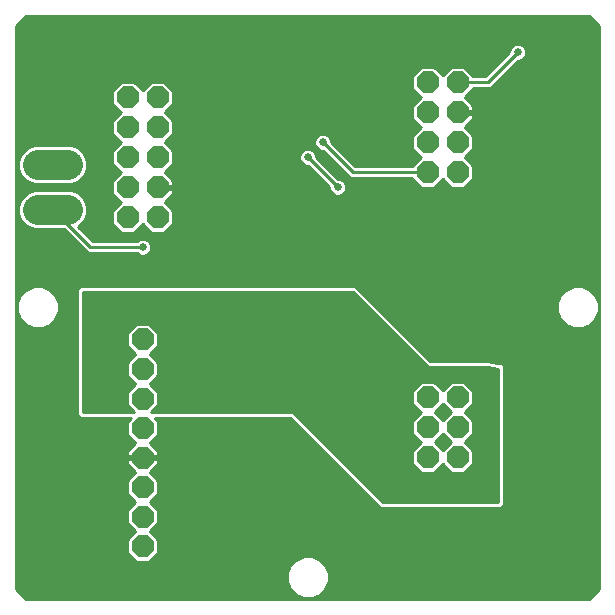
<source format=gbl>
G75*
%MOIN*%
%OFA0B0*%
%FSLAX25Y25*%
%IPPOS*%
%LPD*%
%AMOC8*
5,1,8,0,0,1.08239X$1,22.5*
%
%ADD10OC8,0.07400*%
%ADD11C,0.10050*%
%ADD12C,0.02578*%
%ADD13C,0.01000*%
D10*
X0051500Y0026854D03*
X0051500Y0036697D03*
X0051500Y0046539D03*
X0051500Y0056382D03*
X0051500Y0066224D03*
X0051500Y0076067D03*
X0051500Y0085909D03*
X0051500Y0095752D03*
X0046500Y0136500D03*
X0046500Y0146500D03*
X0056500Y0146500D03*
X0056500Y0136500D03*
X0056500Y0156500D03*
X0056500Y0166500D03*
X0056500Y0176500D03*
X0046500Y0176500D03*
X0046500Y0166500D03*
X0046500Y0156500D03*
X0146500Y0151500D03*
X0146500Y0161500D03*
X0146500Y0171500D03*
X0146500Y0181500D03*
X0156500Y0181500D03*
X0156500Y0171500D03*
X0156500Y0161500D03*
X0156500Y0151500D03*
X0156500Y0076500D03*
X0156500Y0066500D03*
X0156500Y0056500D03*
X0146500Y0056500D03*
X0146500Y0066500D03*
X0146500Y0076500D03*
D11*
X0026525Y0139000D02*
X0016475Y0139000D01*
X0016475Y0154000D02*
X0026525Y0154000D01*
D12*
X0051500Y0126500D03*
X0106500Y0156500D03*
X0111500Y0161500D03*
X0116500Y0146500D03*
X0176500Y0191500D03*
D13*
X0101679Y0011493D02*
X0010467Y0011493D01*
X0009469Y0012491D02*
X0100680Y0012491D01*
X0100608Y0012563D02*
X0102563Y0010608D01*
X0105118Y0009550D01*
X0107882Y0009550D01*
X0110437Y0010608D01*
X0112392Y0012563D01*
X0113450Y0015118D01*
X0113450Y0017882D01*
X0112392Y0020437D01*
X0110437Y0022392D01*
X0107882Y0023450D01*
X0105118Y0023450D01*
X0102563Y0022392D01*
X0100608Y0020437D01*
X0099550Y0017882D01*
X0099550Y0015118D01*
X0100608Y0012563D01*
X0100224Y0013490D02*
X0009300Y0013490D01*
X0009300Y0012660D02*
X0012660Y0009300D01*
X0200340Y0009300D01*
X0203700Y0012660D01*
X0203700Y0200340D01*
X0200340Y0203700D01*
X0012660Y0203700D01*
X0009300Y0200340D01*
X0009300Y0012660D01*
X0009300Y0014488D02*
X0099811Y0014488D01*
X0099550Y0015487D02*
X0009300Y0015487D01*
X0009300Y0016485D02*
X0099550Y0016485D01*
X0099550Y0017484D02*
X0009300Y0017484D01*
X0009300Y0018482D02*
X0099798Y0018482D01*
X0100212Y0019481D02*
X0009300Y0019481D01*
X0009300Y0020479D02*
X0100650Y0020479D01*
X0101649Y0021478D02*
X0009300Y0021478D01*
X0009300Y0022476D02*
X0048524Y0022476D01*
X0049346Y0021654D02*
X0053654Y0021654D01*
X0056700Y0024700D01*
X0056700Y0029008D01*
X0053933Y0031776D01*
X0056700Y0034543D01*
X0056700Y0038851D01*
X0053933Y0041618D01*
X0056700Y0044385D01*
X0056700Y0048693D01*
X0053933Y0051461D01*
X0056700Y0054228D01*
X0056700Y0055882D01*
X0052000Y0055882D01*
X0052000Y0056882D01*
X0056700Y0056882D01*
X0056700Y0058536D01*
X0053933Y0061303D01*
X0056700Y0064070D01*
X0056700Y0068378D01*
X0055578Y0069500D01*
X0100672Y0069500D01*
X0129500Y0040672D01*
X0130672Y0039500D01*
X0170828Y0039500D01*
X0172000Y0040672D01*
X0172000Y0085858D01*
X0172097Y0086537D01*
X0172000Y0086667D01*
X0172000Y0086828D01*
X0171515Y0087314D01*
X0171103Y0087863D01*
X0170943Y0087886D01*
X0170828Y0088000D01*
X0170142Y0088000D01*
X0167443Y0088386D01*
X0167328Y0088500D01*
X0166642Y0088500D01*
X0165963Y0088597D01*
X0165833Y0088500D01*
X0147328Y0088500D01*
X0123500Y0112328D01*
X0122328Y0113500D01*
X0032328Y0113500D01*
X0030672Y0113500D01*
X0029500Y0112328D01*
X0029500Y0070672D01*
X0030672Y0069500D01*
X0047422Y0069500D01*
X0046300Y0068378D01*
X0046300Y0064070D01*
X0049067Y0061303D01*
X0046300Y0058536D01*
X0046300Y0056882D01*
X0051000Y0056882D01*
X0051000Y0055882D01*
X0046300Y0055882D01*
X0046300Y0054228D01*
X0049067Y0051461D01*
X0046300Y0048693D01*
X0046300Y0044385D01*
X0049067Y0041618D01*
X0046300Y0038851D01*
X0046300Y0034543D01*
X0049067Y0031776D01*
X0046300Y0029008D01*
X0046300Y0024700D01*
X0049346Y0021654D01*
X0047526Y0023475D02*
X0009300Y0023475D01*
X0009300Y0024473D02*
X0046527Y0024473D01*
X0046300Y0025472D02*
X0009300Y0025472D01*
X0009300Y0026470D02*
X0046300Y0026470D01*
X0046300Y0027469D02*
X0009300Y0027469D01*
X0009300Y0028467D02*
X0046300Y0028467D01*
X0046758Y0029466D02*
X0009300Y0029466D01*
X0009300Y0030464D02*
X0047756Y0030464D01*
X0048755Y0031463D02*
X0009300Y0031463D01*
X0009300Y0032461D02*
X0048382Y0032461D01*
X0047383Y0033460D02*
X0009300Y0033460D01*
X0009300Y0034458D02*
X0046385Y0034458D01*
X0046300Y0035457D02*
X0009300Y0035457D01*
X0009300Y0036455D02*
X0046300Y0036455D01*
X0046300Y0037454D02*
X0009300Y0037454D01*
X0009300Y0038452D02*
X0046300Y0038452D01*
X0046900Y0039451D02*
X0009300Y0039451D01*
X0009300Y0040449D02*
X0047899Y0040449D01*
X0048897Y0041448D02*
X0009300Y0041448D01*
X0009300Y0042446D02*
X0048239Y0042446D01*
X0047241Y0043445D02*
X0009300Y0043445D01*
X0009300Y0044443D02*
X0046300Y0044443D01*
X0046300Y0045442D02*
X0009300Y0045442D01*
X0009300Y0046440D02*
X0046300Y0046440D01*
X0046300Y0047439D02*
X0009300Y0047439D01*
X0009300Y0048437D02*
X0046300Y0048437D01*
X0047043Y0049436D02*
X0009300Y0049436D01*
X0009300Y0050434D02*
X0048041Y0050434D01*
X0049040Y0051433D02*
X0009300Y0051433D01*
X0009300Y0052432D02*
X0048096Y0052432D01*
X0047098Y0053430D02*
X0009300Y0053430D01*
X0009300Y0054429D02*
X0046300Y0054429D01*
X0046300Y0055427D02*
X0009300Y0055427D01*
X0009300Y0056426D02*
X0051000Y0056426D01*
X0052000Y0056426D02*
X0113746Y0056426D01*
X0112747Y0057424D02*
X0056700Y0057424D01*
X0056700Y0058423D02*
X0111749Y0058423D01*
X0110750Y0059421D02*
X0055815Y0059421D01*
X0054816Y0060420D02*
X0109752Y0060420D01*
X0108753Y0061418D02*
X0054048Y0061418D01*
X0055046Y0062417D02*
X0107755Y0062417D01*
X0106756Y0063415D02*
X0056045Y0063415D01*
X0056700Y0064414D02*
X0105758Y0064414D01*
X0104759Y0065412D02*
X0056700Y0065412D01*
X0056700Y0066411D02*
X0103761Y0066411D01*
X0102762Y0067409D02*
X0056700Y0067409D01*
X0056671Y0068408D02*
X0101764Y0068408D01*
X0100765Y0069406D02*
X0055672Y0069406D01*
X0054287Y0071500D02*
X0056700Y0073913D01*
X0056700Y0078221D01*
X0053933Y0080988D01*
X0056700Y0083756D01*
X0056700Y0088063D01*
X0053933Y0090831D01*
X0056700Y0093598D01*
X0056700Y0097906D01*
X0053654Y0100952D01*
X0049346Y0100952D01*
X0046300Y0097906D01*
X0046300Y0093598D01*
X0049067Y0090831D01*
X0046300Y0088063D01*
X0046300Y0083756D01*
X0049067Y0080988D01*
X0046300Y0078221D01*
X0046300Y0073913D01*
X0048713Y0071500D01*
X0031500Y0071500D01*
X0031500Y0111500D01*
X0121500Y0111500D01*
X0146500Y0086500D01*
X0166500Y0086500D01*
X0170000Y0086000D01*
X0170000Y0041500D01*
X0131500Y0041500D01*
X0101500Y0071500D01*
X0054287Y0071500D01*
X0055189Y0072402D02*
X0143244Y0072402D01*
X0144146Y0071500D02*
X0141300Y0068654D01*
X0141300Y0064346D01*
X0144146Y0061500D01*
X0141300Y0058654D01*
X0141300Y0054346D01*
X0144346Y0051300D01*
X0148654Y0051300D01*
X0151500Y0054146D01*
X0154346Y0051300D01*
X0158654Y0051300D01*
X0161700Y0054346D01*
X0161700Y0058654D01*
X0158854Y0061500D01*
X0161700Y0064346D01*
X0161700Y0068654D01*
X0158854Y0071500D01*
X0161700Y0074346D01*
X0161700Y0078654D01*
X0158654Y0081700D01*
X0154346Y0081700D01*
X0151500Y0078854D01*
X0148654Y0081700D01*
X0144346Y0081700D01*
X0141300Y0078654D01*
X0141300Y0074346D01*
X0144146Y0071500D01*
X0144049Y0071403D02*
X0101597Y0071403D01*
X0102595Y0070405D02*
X0143051Y0070405D01*
X0142052Y0069406D02*
X0103594Y0069406D01*
X0104592Y0068408D02*
X0141300Y0068408D01*
X0141300Y0067409D02*
X0105591Y0067409D01*
X0106589Y0066411D02*
X0141300Y0066411D01*
X0141300Y0065412D02*
X0107588Y0065412D01*
X0108586Y0064414D02*
X0141300Y0064414D01*
X0142231Y0063415D02*
X0109585Y0063415D01*
X0110583Y0062417D02*
X0143229Y0062417D01*
X0144064Y0061418D02*
X0111582Y0061418D01*
X0112580Y0060420D02*
X0143066Y0060420D01*
X0142067Y0059421D02*
X0113579Y0059421D01*
X0114577Y0058423D02*
X0141300Y0058423D01*
X0141300Y0057424D02*
X0115576Y0057424D01*
X0116574Y0056426D02*
X0141300Y0056426D01*
X0141300Y0055427D02*
X0117573Y0055427D01*
X0118571Y0054429D02*
X0141300Y0054429D01*
X0142216Y0053430D02*
X0119570Y0053430D01*
X0120568Y0052432D02*
X0143215Y0052432D01*
X0144213Y0051433D02*
X0121567Y0051433D01*
X0122566Y0050434D02*
X0170000Y0050434D01*
X0170000Y0049436D02*
X0123564Y0049436D01*
X0124563Y0048437D02*
X0170000Y0048437D01*
X0170000Y0047439D02*
X0125561Y0047439D01*
X0126560Y0046440D02*
X0170000Y0046440D01*
X0170000Y0045442D02*
X0127558Y0045442D01*
X0128557Y0044443D02*
X0170000Y0044443D01*
X0170000Y0043445D02*
X0129555Y0043445D01*
X0130554Y0042446D02*
X0170000Y0042446D01*
X0172000Y0042446D02*
X0203700Y0042446D01*
X0203700Y0041448D02*
X0172000Y0041448D01*
X0171778Y0040449D02*
X0203700Y0040449D01*
X0203700Y0039451D02*
X0056100Y0039451D01*
X0056700Y0038452D02*
X0203700Y0038452D01*
X0203700Y0037454D02*
X0056700Y0037454D01*
X0056700Y0036455D02*
X0203700Y0036455D01*
X0203700Y0035457D02*
X0056700Y0035457D01*
X0056615Y0034458D02*
X0203700Y0034458D01*
X0203700Y0033460D02*
X0055617Y0033460D01*
X0054618Y0032461D02*
X0203700Y0032461D01*
X0203700Y0031463D02*
X0054245Y0031463D01*
X0055244Y0030464D02*
X0203700Y0030464D01*
X0203700Y0029466D02*
X0056242Y0029466D01*
X0056700Y0028467D02*
X0203700Y0028467D01*
X0203700Y0027469D02*
X0056700Y0027469D01*
X0056700Y0026470D02*
X0203700Y0026470D01*
X0203700Y0025472D02*
X0056700Y0025472D01*
X0056473Y0024473D02*
X0203700Y0024473D01*
X0203700Y0023475D02*
X0055474Y0023475D01*
X0054476Y0022476D02*
X0102767Y0022476D01*
X0110233Y0022476D02*
X0203700Y0022476D01*
X0203700Y0021478D02*
X0111351Y0021478D01*
X0112350Y0020479D02*
X0203700Y0020479D01*
X0203700Y0019481D02*
X0112788Y0019481D01*
X0113202Y0018482D02*
X0203700Y0018482D01*
X0203700Y0017484D02*
X0113450Y0017484D01*
X0113450Y0016485D02*
X0203700Y0016485D01*
X0203700Y0015487D02*
X0113450Y0015487D01*
X0113189Y0014488D02*
X0203700Y0014488D01*
X0203700Y0013490D02*
X0112776Y0013490D01*
X0112320Y0012491D02*
X0203531Y0012491D01*
X0202533Y0011493D02*
X0111321Y0011493D01*
X0110162Y0010494D02*
X0201534Y0010494D01*
X0200536Y0009496D02*
X0012464Y0009496D01*
X0011466Y0010494D02*
X0102838Y0010494D01*
X0129722Y0040449D02*
X0055101Y0040449D01*
X0054103Y0041448D02*
X0128724Y0041448D01*
X0127725Y0042446D02*
X0054761Y0042446D01*
X0055759Y0043445D02*
X0126727Y0043445D01*
X0125728Y0044443D02*
X0056700Y0044443D01*
X0056700Y0045442D02*
X0124730Y0045442D01*
X0123731Y0046440D02*
X0056700Y0046440D01*
X0056700Y0047439D02*
X0122733Y0047439D01*
X0121734Y0048437D02*
X0056700Y0048437D01*
X0055957Y0049436D02*
X0120736Y0049436D01*
X0119737Y0050434D02*
X0054959Y0050434D01*
X0053960Y0051433D02*
X0118739Y0051433D01*
X0117740Y0052432D02*
X0054904Y0052432D01*
X0055902Y0053430D02*
X0116742Y0053430D01*
X0115743Y0054429D02*
X0056700Y0054429D01*
X0056700Y0055427D02*
X0114745Y0055427D01*
X0141300Y0074399D02*
X0056700Y0074399D01*
X0056700Y0075397D02*
X0141300Y0075397D01*
X0141300Y0076396D02*
X0056700Y0076396D01*
X0056700Y0077394D02*
X0141300Y0077394D01*
X0141300Y0078393D02*
X0056528Y0078393D01*
X0055529Y0079391D02*
X0142037Y0079391D01*
X0143036Y0080390D02*
X0054531Y0080390D01*
X0054333Y0081388D02*
X0144034Y0081388D01*
X0148966Y0081388D02*
X0154034Y0081388D01*
X0153036Y0080390D02*
X0149964Y0080390D01*
X0150963Y0079391D02*
X0152037Y0079391D01*
X0151500Y0074146D02*
X0154146Y0071500D01*
X0151500Y0068854D01*
X0148854Y0071500D01*
X0151500Y0074146D01*
X0150754Y0073400D02*
X0152246Y0073400D01*
X0153244Y0072402D02*
X0149756Y0072402D01*
X0148951Y0071403D02*
X0154049Y0071403D01*
X0153051Y0070405D02*
X0149949Y0070405D01*
X0150948Y0069406D02*
X0152052Y0069406D01*
X0151500Y0064146D02*
X0154146Y0061500D01*
X0151500Y0058854D01*
X0148854Y0061500D01*
X0151500Y0064146D01*
X0150769Y0063415D02*
X0152231Y0063415D01*
X0153229Y0062417D02*
X0149771Y0062417D01*
X0148936Y0061418D02*
X0154064Y0061418D01*
X0153066Y0060420D02*
X0149934Y0060420D01*
X0150933Y0059421D02*
X0152067Y0059421D01*
X0152216Y0053430D02*
X0150784Y0053430D01*
X0149785Y0052432D02*
X0153215Y0052432D01*
X0154213Y0051433D02*
X0148787Y0051433D01*
X0158787Y0051433D02*
X0170000Y0051433D01*
X0170000Y0052432D02*
X0159785Y0052432D01*
X0160784Y0053430D02*
X0170000Y0053430D01*
X0170000Y0054429D02*
X0161700Y0054429D01*
X0161700Y0055427D02*
X0170000Y0055427D01*
X0170000Y0056426D02*
X0161700Y0056426D01*
X0161700Y0057424D02*
X0170000Y0057424D01*
X0170000Y0058423D02*
X0161700Y0058423D01*
X0160933Y0059421D02*
X0170000Y0059421D01*
X0170000Y0060420D02*
X0159934Y0060420D01*
X0158936Y0061418D02*
X0170000Y0061418D01*
X0170000Y0062417D02*
X0159771Y0062417D01*
X0160769Y0063415D02*
X0170000Y0063415D01*
X0170000Y0064414D02*
X0161700Y0064414D01*
X0161700Y0065412D02*
X0170000Y0065412D01*
X0170000Y0066411D02*
X0161700Y0066411D01*
X0161700Y0067409D02*
X0170000Y0067409D01*
X0170000Y0068408D02*
X0161700Y0068408D01*
X0160948Y0069406D02*
X0170000Y0069406D01*
X0170000Y0070405D02*
X0159949Y0070405D01*
X0158951Y0071403D02*
X0170000Y0071403D01*
X0170000Y0072402D02*
X0159756Y0072402D01*
X0160754Y0073400D02*
X0170000Y0073400D01*
X0170000Y0074399D02*
X0161700Y0074399D01*
X0161700Y0075397D02*
X0170000Y0075397D01*
X0170000Y0076396D02*
X0161700Y0076396D01*
X0161700Y0077394D02*
X0170000Y0077394D01*
X0170000Y0078393D02*
X0161700Y0078393D01*
X0160963Y0079391D02*
X0170000Y0079391D01*
X0170000Y0080390D02*
X0159964Y0080390D01*
X0158966Y0081388D02*
X0170000Y0081388D01*
X0170000Y0082387D02*
X0055331Y0082387D01*
X0056330Y0083385D02*
X0170000Y0083385D01*
X0170000Y0084384D02*
X0056700Y0084384D01*
X0056700Y0085382D02*
X0170000Y0085382D01*
X0172000Y0085382D02*
X0203700Y0085382D01*
X0203700Y0084384D02*
X0172000Y0084384D01*
X0172000Y0083385D02*
X0203700Y0083385D01*
X0203700Y0082387D02*
X0172000Y0082387D01*
X0172000Y0081388D02*
X0203700Y0081388D01*
X0203700Y0080390D02*
X0172000Y0080390D01*
X0172000Y0079391D02*
X0203700Y0079391D01*
X0203700Y0078393D02*
X0172000Y0078393D01*
X0172000Y0077394D02*
X0203700Y0077394D01*
X0203700Y0076396D02*
X0172000Y0076396D01*
X0172000Y0075397D02*
X0203700Y0075397D01*
X0203700Y0074399D02*
X0172000Y0074399D01*
X0172000Y0073400D02*
X0203700Y0073400D01*
X0203700Y0072402D02*
X0172000Y0072402D01*
X0172000Y0071403D02*
X0203700Y0071403D01*
X0203700Y0070405D02*
X0172000Y0070405D01*
X0172000Y0069406D02*
X0203700Y0069406D01*
X0203700Y0068408D02*
X0172000Y0068408D01*
X0172000Y0067409D02*
X0203700Y0067409D01*
X0203700Y0066411D02*
X0172000Y0066411D01*
X0172000Y0065412D02*
X0203700Y0065412D01*
X0203700Y0064414D02*
X0172000Y0064414D01*
X0172000Y0063415D02*
X0203700Y0063415D01*
X0203700Y0062417D02*
X0172000Y0062417D01*
X0172000Y0061418D02*
X0203700Y0061418D01*
X0203700Y0060420D02*
X0172000Y0060420D01*
X0172000Y0059421D02*
X0203700Y0059421D01*
X0203700Y0058423D02*
X0172000Y0058423D01*
X0172000Y0057424D02*
X0203700Y0057424D01*
X0203700Y0056426D02*
X0172000Y0056426D01*
X0172000Y0055427D02*
X0203700Y0055427D01*
X0203700Y0054429D02*
X0172000Y0054429D01*
X0172000Y0053430D02*
X0203700Y0053430D01*
X0203700Y0052432D02*
X0172000Y0052432D01*
X0172000Y0051433D02*
X0203700Y0051433D01*
X0203700Y0050434D02*
X0172000Y0050434D01*
X0172000Y0049436D02*
X0203700Y0049436D01*
X0203700Y0048437D02*
X0172000Y0048437D01*
X0172000Y0047439D02*
X0203700Y0047439D01*
X0203700Y0046440D02*
X0172000Y0046440D01*
X0172000Y0045442D02*
X0203700Y0045442D01*
X0203700Y0044443D02*
X0172000Y0044443D01*
X0172000Y0043445D02*
X0203700Y0043445D01*
X0203700Y0086381D02*
X0172075Y0086381D01*
X0171465Y0087379D02*
X0203700Y0087379D01*
X0203700Y0088378D02*
X0167497Y0088378D01*
X0167334Y0086381D02*
X0056700Y0086381D01*
X0056700Y0087379D02*
X0145621Y0087379D01*
X0144622Y0088378D02*
X0056385Y0088378D01*
X0055387Y0089376D02*
X0143624Y0089376D01*
X0142625Y0090375D02*
X0054388Y0090375D01*
X0054475Y0091373D02*
X0141627Y0091373D01*
X0140628Y0092372D02*
X0055474Y0092372D01*
X0056472Y0093370D02*
X0139630Y0093370D01*
X0138631Y0094369D02*
X0056700Y0094369D01*
X0056700Y0095368D02*
X0137632Y0095368D01*
X0136634Y0096366D02*
X0056700Y0096366D01*
X0056700Y0097365D02*
X0135635Y0097365D01*
X0134637Y0098363D02*
X0056243Y0098363D01*
X0055244Y0099362D02*
X0133638Y0099362D01*
X0132640Y0100360D02*
X0054246Y0100360D01*
X0048754Y0100360D02*
X0031500Y0100360D01*
X0031500Y0099362D02*
X0047756Y0099362D01*
X0046757Y0098363D02*
X0031500Y0098363D01*
X0031500Y0097365D02*
X0046300Y0097365D01*
X0046300Y0096366D02*
X0031500Y0096366D01*
X0031500Y0095368D02*
X0046300Y0095368D01*
X0046300Y0094369D02*
X0031500Y0094369D01*
X0031500Y0093370D02*
X0046528Y0093370D01*
X0047526Y0092372D02*
X0031500Y0092372D01*
X0031500Y0091373D02*
X0048525Y0091373D01*
X0048612Y0090375D02*
X0031500Y0090375D01*
X0031500Y0089376D02*
X0047613Y0089376D01*
X0046615Y0088378D02*
X0031500Y0088378D01*
X0031500Y0087379D02*
X0046300Y0087379D01*
X0046300Y0086381D02*
X0031500Y0086381D01*
X0031500Y0085382D02*
X0046300Y0085382D01*
X0046300Y0084384D02*
X0031500Y0084384D01*
X0031500Y0083385D02*
X0046670Y0083385D01*
X0047669Y0082387D02*
X0031500Y0082387D01*
X0031500Y0081388D02*
X0048667Y0081388D01*
X0048469Y0080390D02*
X0031500Y0080390D01*
X0031500Y0079391D02*
X0047470Y0079391D01*
X0046472Y0078393D02*
X0031500Y0078393D01*
X0031500Y0077394D02*
X0046300Y0077394D01*
X0046300Y0076396D02*
X0031500Y0076396D01*
X0031500Y0075397D02*
X0046300Y0075397D01*
X0046300Y0074399D02*
X0031500Y0074399D01*
X0031500Y0073400D02*
X0046813Y0073400D01*
X0047811Y0072402D02*
X0031500Y0072402D01*
X0029500Y0072402D02*
X0009300Y0072402D01*
X0009300Y0073400D02*
X0029500Y0073400D01*
X0029500Y0074399D02*
X0009300Y0074399D01*
X0009300Y0075397D02*
X0029500Y0075397D01*
X0029500Y0076396D02*
X0009300Y0076396D01*
X0009300Y0077394D02*
X0029500Y0077394D01*
X0029500Y0078393D02*
X0009300Y0078393D01*
X0009300Y0079391D02*
X0029500Y0079391D01*
X0029500Y0080390D02*
X0009300Y0080390D01*
X0009300Y0081388D02*
X0029500Y0081388D01*
X0029500Y0082387D02*
X0009300Y0082387D01*
X0009300Y0083385D02*
X0029500Y0083385D01*
X0029500Y0084384D02*
X0009300Y0084384D01*
X0009300Y0085382D02*
X0029500Y0085382D01*
X0029500Y0086381D02*
X0009300Y0086381D01*
X0009300Y0087379D02*
X0029500Y0087379D01*
X0029500Y0088378D02*
X0009300Y0088378D01*
X0009300Y0089376D02*
X0029500Y0089376D01*
X0029500Y0090375D02*
X0009300Y0090375D01*
X0009300Y0091373D02*
X0029500Y0091373D01*
X0029500Y0092372D02*
X0009300Y0092372D01*
X0009300Y0093370D02*
X0029500Y0093370D01*
X0029500Y0094369D02*
X0009300Y0094369D01*
X0009300Y0095368D02*
X0029500Y0095368D01*
X0029500Y0096366D02*
X0009300Y0096366D01*
X0009300Y0097365D02*
X0029500Y0097365D01*
X0029500Y0098363D02*
X0009300Y0098363D01*
X0009300Y0099362D02*
X0029500Y0099362D01*
X0029500Y0100360D02*
X0019838Y0100360D01*
X0020437Y0100608D02*
X0022392Y0102563D01*
X0023450Y0105118D01*
X0023450Y0107882D01*
X0022392Y0110437D01*
X0020437Y0112392D01*
X0017882Y0113450D01*
X0015118Y0113450D01*
X0012563Y0112392D01*
X0010608Y0110437D01*
X0009550Y0107882D01*
X0009550Y0105118D01*
X0010608Y0102563D01*
X0012563Y0100608D01*
X0015118Y0099550D01*
X0017882Y0099550D01*
X0020437Y0100608D01*
X0021187Y0101359D02*
X0029500Y0101359D01*
X0029500Y0102357D02*
X0022186Y0102357D01*
X0022720Y0103356D02*
X0029500Y0103356D01*
X0029500Y0104354D02*
X0023134Y0104354D01*
X0023450Y0105353D02*
X0029500Y0105353D01*
X0029500Y0106351D02*
X0023450Y0106351D01*
X0023450Y0107350D02*
X0029500Y0107350D01*
X0029500Y0108348D02*
X0023257Y0108348D01*
X0022843Y0109347D02*
X0029500Y0109347D01*
X0029500Y0110345D02*
X0022430Y0110345D01*
X0021485Y0111344D02*
X0029500Y0111344D01*
X0029514Y0112342D02*
X0020487Y0112342D01*
X0018146Y0113341D02*
X0030512Y0113341D01*
X0031500Y0111344D02*
X0121656Y0111344D01*
X0122655Y0110345D02*
X0031500Y0110345D01*
X0031500Y0109347D02*
X0123653Y0109347D01*
X0124652Y0108348D02*
X0031500Y0108348D01*
X0031500Y0107350D02*
X0125650Y0107350D01*
X0126649Y0106351D02*
X0031500Y0106351D01*
X0031500Y0105353D02*
X0127647Y0105353D01*
X0128646Y0104354D02*
X0031500Y0104354D01*
X0031500Y0103356D02*
X0129644Y0103356D01*
X0130643Y0102357D02*
X0031500Y0102357D01*
X0031500Y0101359D02*
X0131641Y0101359D01*
X0133471Y0102357D02*
X0190814Y0102357D01*
X0190608Y0102563D02*
X0192563Y0100608D01*
X0195118Y0099550D01*
X0197882Y0099550D01*
X0200437Y0100608D01*
X0202392Y0102563D01*
X0203450Y0105118D01*
X0203450Y0107882D01*
X0202392Y0110437D01*
X0200437Y0112392D01*
X0197882Y0113450D01*
X0195118Y0113450D01*
X0192563Y0112392D01*
X0190608Y0110437D01*
X0189550Y0107882D01*
X0189550Y0105118D01*
X0190608Y0102563D01*
X0190280Y0103356D02*
X0132473Y0103356D01*
X0131474Y0104354D02*
X0189866Y0104354D01*
X0189550Y0105353D02*
X0130476Y0105353D01*
X0129477Y0106351D02*
X0189550Y0106351D01*
X0189550Y0107350D02*
X0128479Y0107350D01*
X0127480Y0108348D02*
X0189743Y0108348D01*
X0190157Y0109347D02*
X0126482Y0109347D01*
X0125483Y0110345D02*
X0190570Y0110345D01*
X0191515Y0111344D02*
X0124485Y0111344D01*
X0123486Y0112342D02*
X0192513Y0112342D01*
X0194854Y0113341D02*
X0122488Y0113341D01*
X0134470Y0101359D02*
X0191813Y0101359D01*
X0193162Y0100360D02*
X0135468Y0100360D01*
X0136467Y0099362D02*
X0203700Y0099362D01*
X0203700Y0100360D02*
X0199838Y0100360D01*
X0201187Y0101359D02*
X0203700Y0101359D01*
X0203700Y0102357D02*
X0202186Y0102357D01*
X0202720Y0103356D02*
X0203700Y0103356D01*
X0203700Y0104354D02*
X0203134Y0104354D01*
X0203450Y0105353D02*
X0203700Y0105353D01*
X0203700Y0106351D02*
X0203450Y0106351D01*
X0203450Y0107350D02*
X0203700Y0107350D01*
X0203700Y0108348D02*
X0203257Y0108348D01*
X0202843Y0109347D02*
X0203700Y0109347D01*
X0203700Y0110345D02*
X0202430Y0110345D01*
X0201485Y0111344D02*
X0203700Y0111344D01*
X0203700Y0112342D02*
X0200487Y0112342D01*
X0198146Y0113341D02*
X0203700Y0113341D01*
X0203700Y0114339D02*
X0009300Y0114339D01*
X0009300Y0113341D02*
X0014854Y0113341D01*
X0012513Y0112342D02*
X0009300Y0112342D01*
X0009300Y0111344D02*
X0011515Y0111344D01*
X0010570Y0110345D02*
X0009300Y0110345D01*
X0009300Y0109347D02*
X0010157Y0109347D01*
X0009743Y0108348D02*
X0009300Y0108348D01*
X0009300Y0107350D02*
X0009550Y0107350D01*
X0009550Y0106351D02*
X0009300Y0106351D01*
X0009300Y0105353D02*
X0009550Y0105353D01*
X0009300Y0104354D02*
X0009866Y0104354D01*
X0010280Y0103356D02*
X0009300Y0103356D01*
X0009300Y0102357D02*
X0010814Y0102357D01*
X0011813Y0101359D02*
X0009300Y0101359D01*
X0009300Y0100360D02*
X0013162Y0100360D01*
X0009300Y0115338D02*
X0203700Y0115338D01*
X0203700Y0116336D02*
X0009300Y0116336D01*
X0009300Y0117335D02*
X0203700Y0117335D01*
X0203700Y0118333D02*
X0009300Y0118333D01*
X0009300Y0119332D02*
X0203700Y0119332D01*
X0203700Y0120330D02*
X0009300Y0120330D01*
X0009300Y0121329D02*
X0203700Y0121329D01*
X0203700Y0122327D02*
X0009300Y0122327D01*
X0009300Y0123326D02*
X0203700Y0123326D01*
X0203700Y0124324D02*
X0053269Y0124324D01*
X0053080Y0124136D02*
X0053864Y0124920D01*
X0054289Y0125945D01*
X0054289Y0127055D01*
X0053864Y0128080D01*
X0053080Y0128864D01*
X0052055Y0129289D01*
X0050945Y0129289D01*
X0049920Y0128864D01*
X0049556Y0128500D01*
X0034828Y0128500D01*
X0029966Y0133363D01*
X0030221Y0133468D01*
X0032057Y0135304D01*
X0033050Y0137702D01*
X0033050Y0140298D01*
X0032057Y0142696D01*
X0030221Y0144532D01*
X0027823Y0145525D01*
X0015177Y0145525D01*
X0012779Y0144532D01*
X0010943Y0142696D01*
X0009950Y0140298D01*
X0009950Y0137702D01*
X0010943Y0135304D01*
X0012779Y0133468D01*
X0015177Y0132475D01*
X0025197Y0132475D01*
X0033172Y0124500D01*
X0049556Y0124500D01*
X0049920Y0124136D01*
X0050945Y0123711D01*
X0052055Y0123711D01*
X0053080Y0124136D01*
X0054031Y0125323D02*
X0203700Y0125323D01*
X0203700Y0126321D02*
X0054289Y0126321D01*
X0054179Y0127320D02*
X0203700Y0127320D01*
X0203700Y0128318D02*
X0053626Y0128318D01*
X0051500Y0126500D02*
X0034000Y0126500D01*
X0021500Y0139000D01*
X0025359Y0132312D02*
X0009300Y0132312D01*
X0009300Y0131314D02*
X0026358Y0131314D01*
X0027356Y0130315D02*
X0009300Y0130315D01*
X0009300Y0129317D02*
X0028355Y0129317D01*
X0029353Y0128318D02*
X0009300Y0128318D01*
X0009300Y0127320D02*
X0030352Y0127320D01*
X0031350Y0126321D02*
X0009300Y0126321D01*
X0009300Y0125323D02*
X0032349Y0125323D01*
X0034012Y0129317D02*
X0203700Y0129317D01*
X0203700Y0130315D02*
X0033013Y0130315D01*
X0032014Y0131314D02*
X0044332Y0131314D01*
X0044346Y0131300D02*
X0048654Y0131300D01*
X0051500Y0134146D01*
X0054346Y0131300D01*
X0058654Y0131300D01*
X0061700Y0134346D01*
X0061700Y0138654D01*
X0058854Y0141500D01*
X0061700Y0144346D01*
X0061700Y0146000D01*
X0057000Y0146000D01*
X0057000Y0147000D01*
X0061700Y0147000D01*
X0061700Y0148654D01*
X0058854Y0151500D01*
X0061700Y0154346D01*
X0061700Y0158654D01*
X0058854Y0161500D01*
X0061700Y0164346D01*
X0061700Y0168654D01*
X0058854Y0171500D01*
X0061700Y0174346D01*
X0061700Y0178654D01*
X0058654Y0181700D01*
X0054346Y0181700D01*
X0051500Y0178854D01*
X0048654Y0181700D01*
X0044346Y0181700D01*
X0041300Y0178654D01*
X0041300Y0174346D01*
X0044146Y0171500D01*
X0041300Y0168654D01*
X0041300Y0164346D01*
X0044146Y0161500D01*
X0041300Y0158654D01*
X0041300Y0154346D01*
X0044146Y0151500D01*
X0041300Y0148654D01*
X0041300Y0144346D01*
X0044146Y0141500D01*
X0041300Y0138654D01*
X0041300Y0134346D01*
X0044346Y0131300D01*
X0043334Y0132312D02*
X0031016Y0132312D01*
X0030017Y0133311D02*
X0042335Y0133311D01*
X0041337Y0134309D02*
X0031062Y0134309D01*
X0032058Y0135308D02*
X0041300Y0135308D01*
X0041300Y0136306D02*
X0032472Y0136306D01*
X0032885Y0137305D02*
X0041300Y0137305D01*
X0041300Y0138303D02*
X0033050Y0138303D01*
X0033050Y0139302D02*
X0041948Y0139302D01*
X0042947Y0140301D02*
X0033049Y0140301D01*
X0032635Y0141299D02*
X0043945Y0141299D01*
X0043349Y0142298D02*
X0032222Y0142298D01*
X0031457Y0143296D02*
X0042350Y0143296D01*
X0041352Y0144295D02*
X0030458Y0144295D01*
X0028383Y0145293D02*
X0041300Y0145293D01*
X0041300Y0146292D02*
X0009300Y0146292D01*
X0009300Y0147290D02*
X0041300Y0147290D01*
X0041300Y0148289D02*
X0029787Y0148289D01*
X0030221Y0148468D02*
X0032057Y0150304D01*
X0033050Y0152702D01*
X0033050Y0155298D01*
X0032057Y0157696D01*
X0030221Y0159532D01*
X0027823Y0160525D01*
X0015177Y0160525D01*
X0012779Y0159532D01*
X0010943Y0157696D01*
X0009950Y0155298D01*
X0009950Y0152702D01*
X0010943Y0150304D01*
X0012779Y0148468D01*
X0015177Y0147475D01*
X0027823Y0147475D01*
X0030221Y0148468D01*
X0031040Y0149287D02*
X0041933Y0149287D01*
X0042932Y0150286D02*
X0032038Y0150286D01*
X0032463Y0151284D02*
X0043930Y0151284D01*
X0043363Y0152283D02*
X0032876Y0152283D01*
X0033050Y0153281D02*
X0042365Y0153281D01*
X0041366Y0154280D02*
X0033050Y0154280D01*
X0033050Y0155278D02*
X0041300Y0155278D01*
X0041300Y0156277D02*
X0032645Y0156277D01*
X0032231Y0157275D02*
X0041300Y0157275D01*
X0041300Y0158274D02*
X0031479Y0158274D01*
X0030480Y0159272D02*
X0041918Y0159272D01*
X0042917Y0160271D02*
X0028437Y0160271D01*
X0041381Y0164265D02*
X0009300Y0164265D01*
X0009300Y0165263D02*
X0041300Y0165263D01*
X0041300Y0166262D02*
X0009300Y0166262D01*
X0009300Y0167260D02*
X0041300Y0167260D01*
X0041300Y0168259D02*
X0009300Y0168259D01*
X0009300Y0169257D02*
X0041903Y0169257D01*
X0042902Y0170256D02*
X0009300Y0170256D01*
X0009300Y0171254D02*
X0043900Y0171254D01*
X0043393Y0172253D02*
X0009300Y0172253D01*
X0009300Y0173251D02*
X0042395Y0173251D01*
X0041396Y0174250D02*
X0009300Y0174250D01*
X0009300Y0175248D02*
X0041300Y0175248D01*
X0041300Y0176247D02*
X0009300Y0176247D01*
X0009300Y0177245D02*
X0041300Y0177245D01*
X0041300Y0178244D02*
X0009300Y0178244D01*
X0009300Y0179242D02*
X0041889Y0179242D01*
X0042887Y0180241D02*
X0009300Y0180241D01*
X0009300Y0181239D02*
X0043886Y0181239D01*
X0049114Y0181239D02*
X0053886Y0181239D01*
X0052887Y0180241D02*
X0050113Y0180241D01*
X0051111Y0179242D02*
X0051889Y0179242D01*
X0059114Y0181239D02*
X0141300Y0181239D01*
X0141300Y0180241D02*
X0060113Y0180241D01*
X0061111Y0179242D02*
X0141404Y0179242D01*
X0141300Y0179346D02*
X0144146Y0176500D01*
X0141300Y0173654D01*
X0141300Y0169346D01*
X0144146Y0166500D01*
X0141300Y0163654D01*
X0141300Y0159346D01*
X0144146Y0156500D01*
X0141300Y0153654D01*
X0141300Y0153500D01*
X0122328Y0153500D01*
X0114289Y0161539D01*
X0114289Y0162055D01*
X0113864Y0163080D01*
X0113080Y0163864D01*
X0112055Y0164289D01*
X0110945Y0164289D01*
X0109920Y0163864D01*
X0109136Y0163080D01*
X0108711Y0162055D01*
X0108711Y0160945D01*
X0109136Y0159920D01*
X0109920Y0159136D01*
X0110945Y0158711D01*
X0111461Y0158711D01*
X0119500Y0150672D01*
X0120672Y0149500D01*
X0141300Y0149500D01*
X0141300Y0149346D01*
X0144346Y0146300D01*
X0148654Y0146300D01*
X0151500Y0149146D01*
X0154346Y0146300D01*
X0158654Y0146300D01*
X0161700Y0149346D01*
X0161700Y0153654D01*
X0158854Y0156500D01*
X0161700Y0159346D01*
X0161700Y0163654D01*
X0158854Y0166500D01*
X0161700Y0169346D01*
X0161700Y0171000D01*
X0157000Y0171000D01*
X0157000Y0172000D01*
X0161700Y0172000D01*
X0161700Y0173654D01*
X0158854Y0176500D01*
X0161700Y0179346D01*
X0161700Y0179500D01*
X0167328Y0179500D01*
X0168500Y0180672D01*
X0176539Y0188711D01*
X0177055Y0188711D01*
X0178080Y0189136D01*
X0178864Y0189920D01*
X0179289Y0190945D01*
X0179289Y0192055D01*
X0178864Y0193080D01*
X0178080Y0193864D01*
X0177055Y0194289D01*
X0175945Y0194289D01*
X0174920Y0193864D01*
X0174136Y0193080D01*
X0173711Y0192055D01*
X0173711Y0191539D01*
X0165672Y0183500D01*
X0161700Y0183500D01*
X0161700Y0183654D01*
X0158654Y0186700D01*
X0154346Y0186700D01*
X0151500Y0183854D01*
X0148654Y0186700D01*
X0144346Y0186700D01*
X0141300Y0183654D01*
X0141300Y0179346D01*
X0142402Y0178244D02*
X0061700Y0178244D01*
X0061700Y0177245D02*
X0143401Y0177245D01*
X0143893Y0176247D02*
X0061700Y0176247D01*
X0061700Y0175248D02*
X0142895Y0175248D01*
X0141896Y0174250D02*
X0061604Y0174250D01*
X0060605Y0173251D02*
X0141300Y0173251D01*
X0141300Y0172253D02*
X0059607Y0172253D01*
X0059100Y0171254D02*
X0141300Y0171254D01*
X0141300Y0170256D02*
X0060098Y0170256D01*
X0061097Y0169257D02*
X0141389Y0169257D01*
X0142387Y0168259D02*
X0061700Y0168259D01*
X0061700Y0167260D02*
X0143386Y0167260D01*
X0143908Y0166262D02*
X0061700Y0166262D01*
X0061700Y0165263D02*
X0142909Y0165263D01*
X0141911Y0164265D02*
X0112113Y0164265D01*
X0110887Y0164265D02*
X0061619Y0164265D01*
X0060620Y0163266D02*
X0109322Y0163266D01*
X0108799Y0162268D02*
X0059622Y0162268D01*
X0059085Y0161269D02*
X0108711Y0161269D01*
X0108990Y0160271D02*
X0060083Y0160271D01*
X0061082Y0159272D02*
X0105905Y0159272D01*
X0105945Y0159289D02*
X0104920Y0158864D01*
X0104136Y0158080D01*
X0103711Y0157055D01*
X0103711Y0155945D01*
X0104136Y0154920D01*
X0104920Y0154136D01*
X0105945Y0153711D01*
X0106461Y0153711D01*
X0113711Y0146461D01*
X0113711Y0145945D01*
X0114136Y0144920D01*
X0114920Y0144136D01*
X0115945Y0143711D01*
X0117055Y0143711D01*
X0118080Y0144136D01*
X0118864Y0144920D01*
X0119289Y0145945D01*
X0119289Y0147055D01*
X0118864Y0148080D01*
X0118080Y0148864D01*
X0117055Y0149289D01*
X0116539Y0149289D01*
X0109289Y0156539D01*
X0109289Y0157055D01*
X0108864Y0158080D01*
X0108080Y0158864D01*
X0107055Y0159289D01*
X0105945Y0159289D01*
X0107095Y0159272D02*
X0109784Y0159272D01*
X0108670Y0158274D02*
X0111898Y0158274D01*
X0112896Y0157275D02*
X0109198Y0157275D01*
X0109552Y0156277D02*
X0113895Y0156277D01*
X0114893Y0155278D02*
X0110550Y0155278D01*
X0111549Y0154280D02*
X0115892Y0154280D01*
X0116890Y0153281D02*
X0112547Y0153281D01*
X0113546Y0152283D02*
X0117889Y0152283D01*
X0118887Y0151284D02*
X0114544Y0151284D01*
X0115543Y0150286D02*
X0119886Y0150286D01*
X0121500Y0151500D02*
X0146500Y0151500D01*
X0142924Y0155278D02*
X0120550Y0155278D01*
X0119552Y0156277D02*
X0143923Y0156277D01*
X0143371Y0157275D02*
X0118553Y0157275D01*
X0117555Y0158274D02*
X0142372Y0158274D01*
X0141374Y0159272D02*
X0116556Y0159272D01*
X0115558Y0160271D02*
X0141300Y0160271D01*
X0141300Y0161269D02*
X0114559Y0161269D01*
X0114201Y0162268D02*
X0141300Y0162268D01*
X0141300Y0163266D02*
X0113678Y0163266D01*
X0111500Y0161500D02*
X0121500Y0151500D01*
X0121549Y0154280D02*
X0141926Y0154280D01*
X0141359Y0149287D02*
X0117059Y0149287D01*
X0118656Y0148289D02*
X0142357Y0148289D01*
X0143356Y0147290D02*
X0119191Y0147290D01*
X0119289Y0146292D02*
X0203700Y0146292D01*
X0203700Y0147290D02*
X0159644Y0147290D01*
X0160643Y0148289D02*
X0203700Y0148289D01*
X0203700Y0149287D02*
X0161641Y0149287D01*
X0161700Y0150286D02*
X0203700Y0150286D01*
X0203700Y0151284D02*
X0161700Y0151284D01*
X0161700Y0152283D02*
X0203700Y0152283D01*
X0203700Y0153281D02*
X0161700Y0153281D01*
X0161074Y0154280D02*
X0203700Y0154280D01*
X0203700Y0155278D02*
X0160076Y0155278D01*
X0159077Y0156277D02*
X0203700Y0156277D01*
X0203700Y0157275D02*
X0159629Y0157275D01*
X0160628Y0158274D02*
X0203700Y0158274D01*
X0203700Y0159272D02*
X0161626Y0159272D01*
X0161700Y0160271D02*
X0203700Y0160271D01*
X0203700Y0161269D02*
X0161700Y0161269D01*
X0161700Y0162268D02*
X0203700Y0162268D01*
X0203700Y0163266D02*
X0161700Y0163266D01*
X0161089Y0164265D02*
X0203700Y0164265D01*
X0203700Y0165263D02*
X0160091Y0165263D01*
X0159092Y0166262D02*
X0203700Y0166262D01*
X0203700Y0167260D02*
X0159614Y0167260D01*
X0160613Y0168259D02*
X0203700Y0168259D01*
X0203700Y0169257D02*
X0161611Y0169257D01*
X0161700Y0170256D02*
X0203700Y0170256D01*
X0203700Y0171254D02*
X0157000Y0171254D01*
X0161700Y0172253D02*
X0203700Y0172253D01*
X0203700Y0173251D02*
X0161700Y0173251D01*
X0161104Y0174250D02*
X0203700Y0174250D01*
X0203700Y0175248D02*
X0160105Y0175248D01*
X0159107Y0176247D02*
X0203700Y0176247D01*
X0203700Y0177245D02*
X0159599Y0177245D01*
X0160598Y0178244D02*
X0203700Y0178244D01*
X0203700Y0179242D02*
X0161596Y0179242D01*
X0166500Y0181500D02*
X0156500Y0181500D01*
X0160120Y0185234D02*
X0167405Y0185234D01*
X0168404Y0186232D02*
X0159122Y0186232D01*
X0161119Y0184235D02*
X0166407Y0184235D01*
X0166500Y0181500D02*
X0176500Y0191500D01*
X0178991Y0190226D02*
X0203700Y0190226D01*
X0203700Y0189228D02*
X0178172Y0189228D01*
X0179289Y0191225D02*
X0203700Y0191225D01*
X0203700Y0192223D02*
X0179219Y0192223D01*
X0178723Y0193222D02*
X0203700Y0193222D01*
X0203700Y0194220D02*
X0177221Y0194220D01*
X0175779Y0194220D02*
X0009300Y0194220D01*
X0009300Y0193222D02*
X0174277Y0193222D01*
X0173781Y0192223D02*
X0009300Y0192223D01*
X0009300Y0191225D02*
X0173396Y0191225D01*
X0172398Y0190226D02*
X0009300Y0190226D01*
X0009300Y0189228D02*
X0171399Y0189228D01*
X0170401Y0188229D02*
X0009300Y0188229D01*
X0009300Y0187231D02*
X0169402Y0187231D01*
X0172063Y0184235D02*
X0203700Y0184235D01*
X0203700Y0183237D02*
X0171065Y0183237D01*
X0170066Y0182238D02*
X0203700Y0182238D01*
X0203700Y0181239D02*
X0169068Y0181239D01*
X0168069Y0180241D02*
X0203700Y0180241D01*
X0203700Y0185234D02*
X0173062Y0185234D01*
X0174060Y0186232D02*
X0203700Y0186232D01*
X0203700Y0187231D02*
X0175059Y0187231D01*
X0176057Y0188229D02*
X0203700Y0188229D01*
X0203700Y0195219D02*
X0009300Y0195219D01*
X0009300Y0196217D02*
X0203700Y0196217D01*
X0203700Y0197216D02*
X0009300Y0197216D01*
X0009300Y0198214D02*
X0203700Y0198214D01*
X0203700Y0199213D02*
X0009300Y0199213D01*
X0009300Y0200211D02*
X0203700Y0200211D01*
X0202830Y0201210D02*
X0010169Y0201210D01*
X0011168Y0202208D02*
X0201832Y0202208D01*
X0200833Y0203207D02*
X0012167Y0203207D01*
X0009300Y0186232D02*
X0143878Y0186232D01*
X0142880Y0185234D02*
X0009300Y0185234D01*
X0009300Y0184235D02*
X0141881Y0184235D01*
X0141300Y0183237D02*
X0009300Y0183237D01*
X0009300Y0182238D02*
X0141300Y0182238D01*
X0149122Y0186232D02*
X0153878Y0186232D01*
X0152880Y0185234D02*
X0150120Y0185234D01*
X0151119Y0184235D02*
X0151881Y0184235D01*
X0152357Y0148289D02*
X0150642Y0148289D01*
X0149644Y0147290D02*
X0153356Y0147290D01*
X0119019Y0145293D02*
X0203700Y0145293D01*
X0203700Y0144295D02*
X0118239Y0144295D01*
X0116500Y0146500D02*
X0106500Y0156500D01*
X0103987Y0155278D02*
X0061700Y0155278D01*
X0061700Y0156277D02*
X0103711Y0156277D01*
X0103802Y0157275D02*
X0061700Y0157275D01*
X0061700Y0158274D02*
X0104330Y0158274D01*
X0104776Y0154280D02*
X0061634Y0154280D01*
X0060635Y0153281D02*
X0106890Y0153281D01*
X0107889Y0152283D02*
X0059637Y0152283D01*
X0059070Y0151284D02*
X0108887Y0151284D01*
X0109886Y0150286D02*
X0060068Y0150286D01*
X0061067Y0149287D02*
X0110884Y0149287D01*
X0111883Y0148289D02*
X0061700Y0148289D01*
X0061700Y0147290D02*
X0112881Y0147290D01*
X0113711Y0146292D02*
X0057000Y0146292D01*
X0060650Y0143296D02*
X0203700Y0143296D01*
X0203700Y0142298D02*
X0059651Y0142298D01*
X0059055Y0141299D02*
X0203700Y0141299D01*
X0203700Y0140301D02*
X0060053Y0140301D01*
X0061052Y0139302D02*
X0203700Y0139302D01*
X0203700Y0138303D02*
X0061700Y0138303D01*
X0061700Y0137305D02*
X0203700Y0137305D01*
X0203700Y0136306D02*
X0061700Y0136306D01*
X0061700Y0135308D02*
X0203700Y0135308D01*
X0203700Y0134309D02*
X0061663Y0134309D01*
X0060665Y0133311D02*
X0203700Y0133311D01*
X0203700Y0132312D02*
X0059666Y0132312D01*
X0058668Y0131314D02*
X0203700Y0131314D01*
X0203700Y0098363D02*
X0137465Y0098363D01*
X0138464Y0097365D02*
X0203700Y0097365D01*
X0203700Y0096366D02*
X0139462Y0096366D01*
X0140461Y0095368D02*
X0203700Y0095368D01*
X0203700Y0094369D02*
X0141459Y0094369D01*
X0142458Y0093370D02*
X0203700Y0093370D01*
X0203700Y0092372D02*
X0143456Y0092372D01*
X0144455Y0091373D02*
X0203700Y0091373D01*
X0203700Y0090375D02*
X0145453Y0090375D01*
X0146452Y0089376D02*
X0203700Y0089376D01*
X0142246Y0073400D02*
X0056187Y0073400D01*
X0047328Y0069406D02*
X0009300Y0069406D01*
X0009300Y0068408D02*
X0046329Y0068408D01*
X0046300Y0067409D02*
X0009300Y0067409D01*
X0009300Y0066411D02*
X0046300Y0066411D01*
X0046300Y0065412D02*
X0009300Y0065412D01*
X0009300Y0064414D02*
X0046300Y0064414D01*
X0046955Y0063415D02*
X0009300Y0063415D01*
X0009300Y0062417D02*
X0047954Y0062417D01*
X0048952Y0061418D02*
X0009300Y0061418D01*
X0009300Y0060420D02*
X0048184Y0060420D01*
X0047185Y0059421D02*
X0009300Y0059421D01*
X0009300Y0058423D02*
X0046300Y0058423D01*
X0046300Y0057424D02*
X0009300Y0057424D01*
X0009300Y0070405D02*
X0029767Y0070405D01*
X0029500Y0071403D02*
X0009300Y0071403D01*
X0009300Y0124324D02*
X0049731Y0124324D01*
X0048668Y0131314D02*
X0054332Y0131314D01*
X0053334Y0132312D02*
X0049666Y0132312D01*
X0050665Y0133311D02*
X0052335Y0133311D01*
X0061648Y0144295D02*
X0114761Y0144295D01*
X0113981Y0145293D02*
X0061700Y0145293D01*
X0043915Y0161269D02*
X0009300Y0161269D01*
X0009300Y0160271D02*
X0014563Y0160271D01*
X0012519Y0159272D02*
X0009300Y0159272D01*
X0009300Y0158274D02*
X0011521Y0158274D01*
X0010769Y0157275D02*
X0009300Y0157275D01*
X0009300Y0156277D02*
X0010355Y0156277D01*
X0009950Y0155278D02*
X0009300Y0155278D01*
X0009300Y0154280D02*
X0009950Y0154280D01*
X0009950Y0153281D02*
X0009300Y0153281D01*
X0009300Y0152283D02*
X0010124Y0152283D01*
X0010537Y0151284D02*
X0009300Y0151284D01*
X0009300Y0150286D02*
X0010962Y0150286D01*
X0011960Y0149287D02*
X0009300Y0149287D01*
X0009300Y0148289D02*
X0013213Y0148289D01*
X0014617Y0145293D02*
X0009300Y0145293D01*
X0009300Y0144295D02*
X0012542Y0144295D01*
X0011543Y0143296D02*
X0009300Y0143296D01*
X0009300Y0142298D02*
X0010778Y0142298D01*
X0010365Y0141299D02*
X0009300Y0141299D01*
X0009300Y0140301D02*
X0009951Y0140301D01*
X0009950Y0139302D02*
X0009300Y0139302D01*
X0009300Y0138303D02*
X0009950Y0138303D01*
X0010114Y0137305D02*
X0009300Y0137305D01*
X0009300Y0136306D02*
X0010528Y0136306D01*
X0010942Y0135308D02*
X0009300Y0135308D01*
X0009300Y0134309D02*
X0011938Y0134309D01*
X0013159Y0133311D02*
X0009300Y0133311D01*
X0009300Y0162268D02*
X0043378Y0162268D01*
X0042380Y0163266D02*
X0009300Y0163266D01*
M02*

</source>
